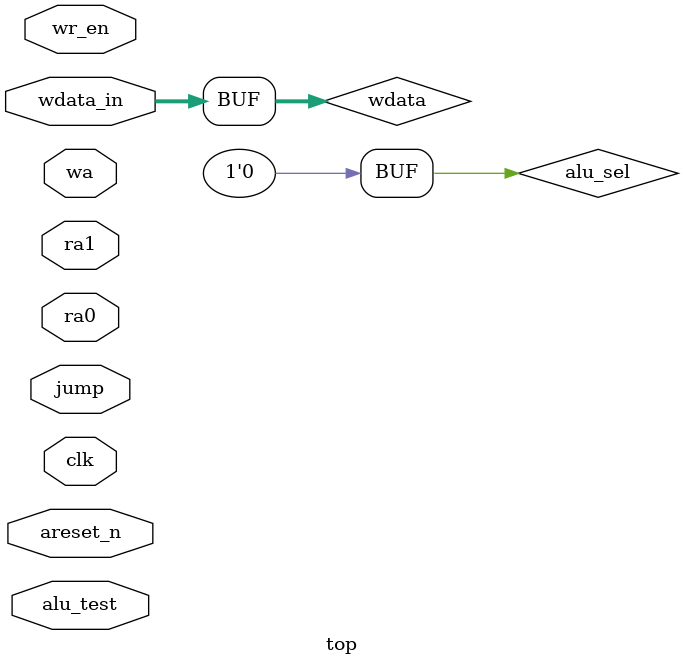
<source format=v>
module top(
    input clk, areset_n,
    //tests
    input [31:0] wdata_in,
    input [3:0]  alu_test,
    input [4:0]  ra0,ra1,wa,
    input        wr_en, jump
);

// Wires
wire [31:0] pc_mux, alu_out, pc;
wire [31:0] rs0, rs1, wdata;
reg alu_sel = 0;


// Module Instantiations

// mem input mux
assign wdata = alu_sel ? alu_out : wdata_in;

register_file f0(
    .rdata0(rs0),
    .rdata1(rs1),
    .wdata(wdata),
    .rd_addr0(ra0),
    .rd_addr1(ra1),
    .wr_addr(wa),
    .clk(clk),
    .aresetn(rst),
    .wr_en(wr_en)
);

//next pc+4 or alu output
assign pc_mux = jump ? alu_out : pc + 4;

pc pc0(
    .pc(pc),
    .next_pc(pc_mux),
    .clk(clk),
    .rst(areset_n)
);

alu alu0(
    .result(alu_out),
    .src_a(rs0),
    .src_b(rs1),
    .aresetn(areset_n),
    .instr(alu_test)
);

endmodule
</source>
